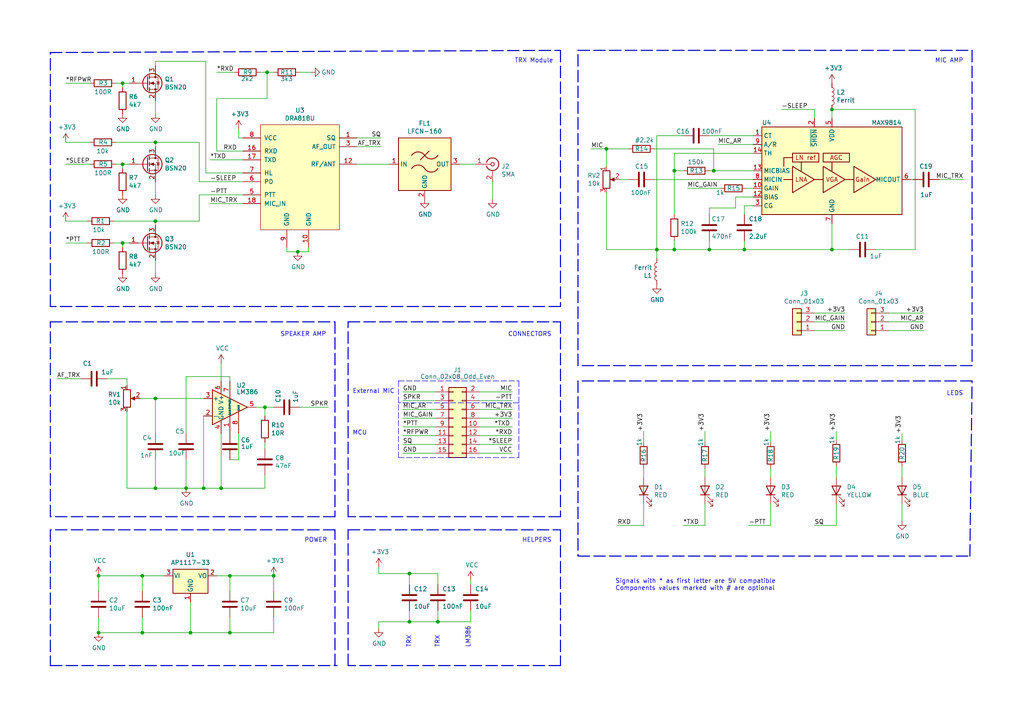
<source format=kicad_sch>
(kicad_sch (version 20211123) (generator eeschema)
  (paper "A4")
  (junction (at 205.74 72.39))
  (junction (at 35.56 24.13))
  (junction (at 55.245 183.515))
  (junction (at 77.47 20.955))
  (junction (at 195.58 49.53))
  (junction (at 76.835 118.11))
  (junction (at 35.56 70.485))
  (junction (at 35.56 47.625))
  (junction (at 28.575 183.515))
  (junction (at 86.36 73.025))
  (junction (at 66.675 167.005))
  (junction (at 190.5 72.39))
  (junction (at 59.055 141.605))
  (junction (at 241.3 31.75))
  (junction (at 45.085 141.605))
  (junction (at 45.085 115.57))
  (junction (at 45.085 64.135))
  (junction (at 45.085 41.275))
  (junction (at 66.675 183.515))
  (junction (at 41.275 183.515))
  (junction (at 127 180.34))
  (junction (at 195.58 72.39))
  (junction (at 41.275 167.005))
  (junction (at 118.745 180.34))
  (junction (at 118.745 166.37))
  (junction (at 79.375 167.005))
  (junction (at 241.3 72.39))
  (junction (at 28.575 167.005))
  (junction (at 53.975 141.605))
  (junction (at 215.9 72.39))
  (junction (at 207.01 49.53))
  (junction (at 175.895 43.18))
  (junction (at 64.135 141.605))
  (wire (pts (xy 69.215 133.35) (xy 69.215 125.73)))
  (polyline (pts (xy 14.605 193.04) (xy 97.79 193.04)) (stroke (width 0.3048)))
  (wire (pts (xy 127 166.37) (xy 127 169.545)))
  (wire (pts (xy 218.44 57.15) (xy 213.36 57.15)))
  (wire (pts (xy 208.915 54.61) (xy 199.39 54.61)))
  (wire (pts (xy 126.365 123.825) (xy 116.84 123.825)))
  (wire (pts (xy 109.855 166.37) (xy 118.745 166.37)))
  (wire (pts (xy 118.745 180.34) (xy 127 180.34)))
  (wire (pts (xy 103.505 42.545) (xy 110.49 42.545)))
  (wire (pts (xy 242.57 135.255) (xy 242.57 138.43)))
  (wire (pts (xy 62.865 167.005) (xy 66.675 167.005)))
  (polyline (pts (xy 167.64 161.29) (xy 281.305 161.29)) (stroke (width 0.3048)))
  (wire (pts (xy 26.035 41.275) (xy 19.05 41.275)))
  (wire (pts (xy 33.655 24.13) (xy 35.56 24.13)))
  (wire (pts (xy 76.835 130.175) (xy 76.835 128.27)))
  (wire (pts (xy 41.275 167.005) (xy 47.625 167.005)))
  (polyline (pts (xy 281.94 106.045) (xy 167.64 106.045)) (stroke (width 0.3048)))
  (wire (pts (xy 242.57 127.635) (xy 242.57 125.095)))
  (wire (pts (xy 53.975 141.605) (xy 45.085 141.605)))
  (wire (pts (xy 204.47 152.4) (xy 198.12 152.4)))
  (wire (pts (xy 241.3 31.75) (xy 241.3 34.29)))
  (wire (pts (xy 207.01 43.18) (xy 207.01 49.53)))
  (wire (pts (xy 23.495 109.855) (xy 16.51 109.855)))
  (wire (pts (xy 28.575 183.515) (xy 41.275 183.515)))
  (wire (pts (xy 236.22 90.805) (xy 245.11 90.805)))
  (polyline (pts (xy 162.56 149.86) (xy 100.965 149.86)) (stroke (width 0.3048)))
  (wire (pts (xy 118.745 169.545) (xy 118.745 166.37)))
  (wire (pts (xy 261.62 135.255) (xy 261.62 138.43)))
  (wire (pts (xy 109.855 180.34) (xy 109.855 182.245)))
  (polyline (pts (xy 14.605 15.24) (xy 162.56 14.605)) (stroke (width 0.3048)))
  (wire (pts (xy 45.085 125.73) (xy 45.085 115.57)))
  (wire (pts (xy 126.365 118.745) (xy 116.84 118.745)))
  (wire (pts (xy 66.675 179.07) (xy 66.675 183.515)))
  (wire (pts (xy 26.035 47.625) (xy 19.05 47.625)))
  (wire (pts (xy 190.5 72.39) (xy 190.5 74.93)))
  (wire (pts (xy 242.57 146.05) (xy 242.57 152.4)))
  (wire (pts (xy 215.9 72.39) (xy 241.3 72.39)))
  (wire (pts (xy 190.5 72.39) (xy 175.895 72.39)))
  (wire (pts (xy 175.895 43.18) (xy 171.45 43.18)))
  (wire (pts (xy 242.57 152.4) (xy 236.22 152.4)))
  (wire (pts (xy 77.47 20.955) (xy 75.565 20.955)))
  (wire (pts (xy 45.085 41.275) (xy 45.085 42.545)))
  (wire (pts (xy 207.01 49.53) (xy 218.44 49.53)))
  (wire (pts (xy 28.575 167.005) (xy 41.275 167.005)))
  (wire (pts (xy 35.56 71.755) (xy 35.56 70.485)))
  (wire (pts (xy 45.085 115.57) (xy 59.055 115.57)))
  (wire (pts (xy 28.575 171.45) (xy 28.575 167.005)))
  (wire (pts (xy 53.975 141.605) (xy 59.055 141.605)))
  (wire (pts (xy 241.3 64.77) (xy 241.3 72.39)))
  (wire (pts (xy 126.365 116.205) (xy 116.84 116.205)))
  (wire (pts (xy 26.035 24.13) (xy 19.05 24.13)))
  (wire (pts (xy 70.485 56.515) (xy 57.785 56.515)))
  (wire (pts (xy 35.56 70.485) (xy 37.465 70.485)))
  (wire (pts (xy 79.375 183.515) (xy 79.375 179.07)))
  (wire (pts (xy 53.975 109.22) (xy 66.675 109.22)))
  (polyline (pts (xy 100.965 153.67) (xy 162.56 153.67)) (stroke (width 0.3048)))
  (wire (pts (xy 45.085 33.02) (xy 45.085 29.21)))
  (wire (pts (xy 64.135 110.49) (xy 64.135 105.41)))
  (wire (pts (xy 70.485 46.355) (xy 60.96 46.355)))
  (wire (pts (xy 66.675 167.005) (xy 79.375 167.005)))
  (wire (pts (xy 186.69 135.89) (xy 186.69 138.43)))
  (wire (pts (xy 126.365 131.445) (xy 116.84 131.445)))
  (wire (pts (xy 41.275 171.45) (xy 41.275 167.005)))
  (wire (pts (xy 62.865 20.955) (xy 67.945 20.955)))
  (wire (pts (xy 64.135 125.73) (xy 64.135 141.605)))
  (wire (pts (xy 103.505 47.625) (xy 113.03 47.625)))
  (wire (pts (xy 264.16 52.07) (xy 264.795 52.07)))
  (wire (pts (xy 36.83 141.605) (xy 45.085 141.605)))
  (wire (pts (xy 57.785 56.515) (xy 57.785 64.135)))
  (wire (pts (xy 35.56 47.625) (xy 37.465 47.625)))
  (wire (pts (xy 77.47 20.955) (xy 79.375 20.955)))
  (wire (pts (xy 186.69 128.27) (xy 186.69 125.095)))
  (wire (pts (xy 186.69 146.05) (xy 186.69 152.4)))
  (wire (pts (xy 69.215 40.005) (xy 69.215 37.465)))
  (wire (pts (xy 64.135 141.605) (xy 76.835 141.605)))
  (wire (pts (xy 70.485 59.055) (xy 60.96 59.055)))
  (polyline (pts (xy 167.64 110.49) (xy 167.64 161.29)) (stroke (width 0.3048)))
  (wire (pts (xy 215.9 69.85) (xy 215.9 72.39)))
  (polyline (pts (xy 97.155 149.86) (xy 14.605 149.86)) (stroke (width 0.3048)))
  (wire (pts (xy 205.74 62.23) (xy 205.74 60.325)))
  (wire (pts (xy 257.81 93.345) (xy 267.97 93.345)))
  (wire (pts (xy 45.085 41.275) (xy 57.785 41.275)))
  (wire (pts (xy 136.525 169.545) (xy 136.525 168.275)))
  (wire (pts (xy 66.675 167.005) (xy 66.675 171.45)))
  (polyline (pts (xy 162.56 153.67) (xy 162.56 193.04)) (stroke (width 0.3048)))
  (wire (pts (xy 175.895 72.39) (xy 175.895 55.88)))
  (wire (pts (xy 57.785 64.135) (xy 45.085 64.135)))
  (wire (pts (xy 179.705 52.07) (xy 182.245 52.07)))
  (polyline (pts (xy 150.495 110.49) (xy 150.495 132.715)))
  (wire (pts (xy 41.275 183.515) (xy 41.275 179.07)))
  (wire (pts (xy 77.47 28.575) (xy 77.47 20.955)))
  (wire (pts (xy 45.085 75.565) (xy 45.085 79.375)))
  (wire (pts (xy 186.69 152.4) (xy 179.07 152.4)))
  (wire (pts (xy 136.525 180.34) (xy 136.525 177.165)))
  (wire (pts (xy 139.065 131.445) (xy 148.59 131.445)))
  (wire (pts (xy 53.975 125.73) (xy 53.975 109.22)))
  (wire (pts (xy 109.855 164.465) (xy 109.855 166.37)))
  (wire (pts (xy 236.22 93.345) (xy 245.11 93.345)))
  (wire (pts (xy 218.44 54.61) (xy 216.535 54.61)))
  (wire (pts (xy 236.22 34.29) (xy 236.22 31.75)))
  (wire (pts (xy 189.865 43.18) (xy 207.01 43.18)))
  (wire (pts (xy 57.785 41.275) (xy 57.785 52.705)))
  (wire (pts (xy 127 180.34) (xy 136.525 180.34)))
  (wire (pts (xy 223.52 152.4) (xy 217.17 152.4)))
  (wire (pts (xy 53.975 133.35) (xy 53.975 141.605)))
  (wire (pts (xy 76.835 120.65) (xy 76.835 118.11)))
  (wire (pts (xy 126.365 126.365) (xy 116.84 126.365)))
  (wire (pts (xy 66.675 183.515) (xy 79.375 183.515)))
  (wire (pts (xy 213.36 60.325) (xy 205.74 60.325)))
  (wire (pts (xy 118.745 166.37) (xy 127 166.37)))
  (wire (pts (xy 215.9 62.23) (xy 215.9 59.69)))
  (wire (pts (xy 103.505 40.005) (xy 110.49 40.005)))
  (wire (pts (xy 74.295 118.11) (xy 76.835 118.11)))
  (wire (pts (xy 218.44 52.07) (xy 189.865 52.07)))
  (wire (pts (xy 66.675 109.22) (xy 66.675 110.49)))
  (wire (pts (xy 59.055 141.605) (xy 64.135 141.605)))
  (polyline (pts (xy 97.155 93.345) (xy 97.155 149.86)) (stroke (width 0.3048)))
  (wire (pts (xy 66.675 133.35) (xy 69.215 133.35)))
  (wire (pts (xy 246.38 72.39) (xy 241.3 72.39)))
  (wire (pts (xy 236.22 95.885) (xy 245.11 95.885)))
  (wire (pts (xy 272.415 52.07) (xy 279.4 52.07)))
  (wire (pts (xy 198.12 49.53) (xy 195.58 49.53)))
  (wire (pts (xy 45.085 17.78) (xy 45.085 19.05)))
  (wire (pts (xy 139.065 123.825) (xy 148.59 123.825)))
  (wire (pts (xy 241.3 31.75) (xy 265.43 31.75)))
  (polyline (pts (xy 162.56 88.9) (xy 14.605 88.9)) (stroke (width 0.3048)))
  (wire (pts (xy 139.065 121.285) (xy 148.59 121.285)))
  (wire (pts (xy 109.855 180.34) (xy 118.745 180.34)))
  (polyline (pts (xy 100.965 93.345) (xy 162.56 93.345)) (stroke (width 0.3048)))
  (wire (pts (xy 86.995 20.955) (xy 90.17 20.955)))
  (wire (pts (xy 70.485 50.165) (xy 59.69 50.165)))
  (wire (pts (xy 25.4 64.135) (xy 19.05 64.135)))
  (wire (pts (xy 195.58 72.39) (xy 190.5 72.39)))
  (polyline (pts (xy 150.495 116.84) (xy 115.57 116.84)))
  (wire (pts (xy 205.74 72.39) (xy 195.58 72.39)))
  (wire (pts (xy 139.065 128.905) (xy 148.59 128.905)))
  (polyline (pts (xy 100.965 149.86) (xy 100.965 93.345)) (stroke (width 0.3048)))
  (wire (pts (xy 83.185 73.025) (xy 86.36 73.025)))
  (wire (pts (xy 205.74 69.85) (xy 205.74 72.39)))
  (wire (pts (xy 59.69 17.78) (xy 45.085 17.78)))
  (wire (pts (xy 36.83 111.76) (xy 36.83 109.855)))
  (wire (pts (xy 142.875 52.705) (xy 142.875 57.785)))
  (polyline (pts (xy 162.56 14.605) (xy 162.56 88.9)) (stroke (width 0.3048)))
  (wire (pts (xy 35.56 25.4) (xy 35.56 24.13)))
  (wire (pts (xy 70.485 40.005) (xy 69.215 40.005)))
  (wire (pts (xy 126.365 128.905) (xy 116.84 128.905)))
  (wire (pts (xy 45.085 56.515) (xy 45.085 52.705)))
  (wire (pts (xy 36.83 141.605) (xy 36.83 119.38)))
  (polyline (pts (xy 115.57 132.715) (xy 150.495 132.715)))
  (polyline (pts (xy 115.57 110.49) (xy 115.57 132.715)))
  (polyline (pts (xy 162.56 193.04) (xy 100.965 193.04)) (stroke (width 0.3048)))
  (wire (pts (xy 33.655 41.275) (xy 45.085 41.275)))
  (wire (pts (xy 215.9 72.39) (xy 205.74 72.39)))
  (polyline (pts (xy 97.155 153.67) (xy 14.605 153.67)) (stroke (width 0.3048)))
  (wire (pts (xy 265.43 72.39) (xy 254 72.39)))
  (wire (pts (xy 204.47 135.89) (xy 204.47 138.43)))
  (wire (pts (xy 40.64 115.57) (xy 45.085 115.57)))
  (wire (pts (xy 205.74 49.53) (xy 207.01 49.53)))
  (wire (pts (xy 261.62 127.635) (xy 261.62 125.73)))
  (polyline (pts (xy 115.57 110.49) (xy 150.495 110.49)))
  (wire (pts (xy 139.065 113.665) (xy 148.59 113.665)))
  (wire (pts (xy 175.895 48.26) (xy 175.895 43.18)))
  (wire (pts (xy 86.36 73.025) (xy 89.535 73.025)))
  (wire (pts (xy 127 180.34) (xy 127 177.165)))
  (wire (pts (xy 265.43 31.75) (xy 265.43 72.39)))
  (wire (pts (xy 59.055 120.65) (xy 59.055 141.605)))
  (wire (pts (xy 59.69 50.165) (xy 59.69 17.78)))
  (wire (pts (xy 195.58 69.85) (xy 195.58 72.39)))
  (wire (pts (xy 175.895 43.18) (xy 182.245 43.18)))
  (wire (pts (xy 139.065 126.365) (xy 148.59 126.365)))
  (polyline (pts (xy 162.56 93.345) (xy 162.56 149.86)) (stroke (width 0.3048)))
  (wire (pts (xy 62.865 43.815) (xy 62.865 28.575)))
  (wire (pts (xy 195.58 44.45) (xy 218.44 44.45)))
  (polyline (pts (xy 14.605 153.67) (xy 14.605 193.04)) (stroke (width 0.3048)))
  (wire (pts (xy 195.58 49.53) (xy 195.58 44.45)))
  (wire (pts (xy 261.62 151.13) (xy 261.62 146.05)))
  (polyline (pts (xy 100.965 193.04) (xy 100.965 153.67)) (stroke (width 0.3048)))
  (wire (pts (xy 25.4 70.485) (xy 19.05 70.485)))
  (wire (pts (xy 89.535 73.025) (xy 89.535 71.755)))
  (wire (pts (xy 41.275 183.515) (xy 55.245 183.515)))
  (wire (pts (xy 35.56 24.13) (xy 37.465 24.13)))
  (wire (pts (xy 223.52 128.27) (xy 223.52 125.095)))
  (polyline (pts (xy 167.64 106.045) (xy 167.64 14.605)) (stroke (width 0.3048)))
  (wire (pts (xy 79.375 167.005) (xy 79.375 171.45)))
  (wire (pts (xy 62.865 28.575) (xy 77.47 28.575)))
  (wire (pts (xy 76.835 118.11) (xy 79.375 118.11)))
  (wire (pts (xy 28.575 179.07) (xy 28.575 183.515)))
  (wire (pts (xy 236.22 31.75) (xy 226.695 31.75)))
  (wire (pts (xy 126.365 113.665) (xy 116.84 113.665)))
  (wire (pts (xy 204.47 128.27) (xy 204.47 125.095)))
  (wire (pts (xy 45.085 141.605) (xy 45.085 133.35)))
  (wire (pts (xy 118.745 177.165) (xy 118.745 180.34)))
  (wire (pts (xy 76.835 137.795) (xy 76.835 141.605)))
  (polyline (pts (xy 97.155 193.04) (xy 97.155 153.67)) (stroke (width 0.3048)))
  (wire (pts (xy 215.9 59.69) (xy 218.44 59.69)))
  (wire (pts (xy 198.12 39.37) (xy 190.5 39.37)))
  (wire (pts (xy 35.56 48.895) (xy 35.56 47.625)))
  (wire (pts (xy 195.58 62.23) (xy 195.58 49.53)))
  (wire (pts (xy 83.185 71.755) (xy 83.185 73.025)))
  (polyline (pts (xy 14.605 88.9) (xy 14.605 15.24)) (stroke (width 0.3048)))
  (wire (pts (xy 257.81 90.805) (xy 267.97 90.805)))
  (wire (pts (xy 70.485 43.815) (xy 62.865 43.815)))
  (wire (pts (xy 86.995 118.11) (xy 95.25 118.11)))
  (wire (pts (xy 139.065 118.745) (xy 148.59 118.745)))
  (polyline (pts (xy 281.305 161.29) (xy 281.94 110.49)) (stroke (width 0.3048)))
  (wire (pts (xy 33.655 47.625) (xy 35.56 47.625)))
  (wire (pts (xy 133.35 47.625) (xy 137.795 47.625)))
  (wire (pts (xy 36.83 109.855) (xy 31.115 109.855)))
  (polyline (pts (xy 14.605 149.86) (xy 14.605 93.345)) (stroke (width 0.3048)))
  (wire (pts (xy 223.52 135.89) (xy 223.52 138.43)))
  (wire (pts (xy 57.785 52.705) (xy 70.485 52.705)))
  (wire (pts (xy 257.81 95.885) (xy 267.97 95.885)))
  (wire (pts (xy 126.365 121.285) (xy 116.84 121.285)))
  (wire (pts (xy 33.02 64.135) (xy 45.085 64.135)))
  (wire (pts (xy 190.5 39.37) (xy 190.5 72.39)))
  (polyline (pts (xy 281.94 110.49) (xy 167.64 110.49)) (stroke (width 0.3048)))
  (wire (pts (xy 204.47 146.05) (xy 204.47 152.4)))
  (wire (pts (xy 45.085 64.135) (xy 45.085 65.405)))
  (polyline (pts (xy 281.94 14.605) (xy 281.94 106.045)) (stroke (width 0.3048)))
  (wire (pts (xy 205.74 39.37) (xy 218.44 39.37)))
  (wire (pts (xy 218.44 41.91) (xy 208.28 41.91)))
  (wire (pts (xy 55.245 174.625) (xy 55.245 183.515)))
  (polyline (pts (xy 167.64 14.605) (xy 281.94 14.605)) (stroke (width 0.3048)))
  (wire (pts (xy 213.36 57.15) (xy 213.36 60.325)))
  (wire (pts (xy 223.52 146.05) (xy 223.52 152.4)))
  (wire (pts (xy 33.02 70.485) (xy 35.56 70.485)))
  (wire (pts (xy 139.065 116.205) (xy 148.59 116.205)))
  (polyline (pts (xy 14.605 93.345) (xy 97.155 93.345)) (stroke (width 0.3048)))
  (wire (pts (xy 55.245 183.515) (xy 66.675 183.515)))
  (text "LEDS\n" (at 279.4 114.935 180) (effects (font (size 1.27 1.27)) (justify right bottom)))
  (text "TRX Module" (at 149.225 18.415 0) (effects (font (size 1.27 1.27)) (justify left bottom)))
  (text "External MIC" (at 102.235 114.3 0) (effects (font (size 1.27 1.27)) (justify left bottom)))
  (text "CONNECTORS" (at 147.32 97.79 0) (effects (font (size 1.27 1.27)) (justify left bottom)))
  (text "MCU" (at 102.235 126.365 0) (effects (font (size 1.27 1.27)) (justify left bottom)))
  (text "POWER" (at 88.265 157.48 0) (effects (font (size 1.27 1.27)) (justify left bottom)))
  (text "SPEAKER AMP" (at 81.28 97.79 0) (effects (font (size 1.27 1.27)) (justify left bottom)))
  (text "LM386" (at 136.525 187.96 90) (effects (font (size 1.27 1.27)) (justify left bottom)))
  (text "MIC AMP" (at 271.145 18.415 0) (effects (font (size 1.27 1.27)) (justify left bottom)))
  (text "TRX" (at 119.38 187.96 90) (effects (font (size 1.27 1.27)) (justify left bottom)))
  (text "TRX" (at 127.635 187.96 90) (effects (font (size 1.27 1.27)) (justify left bottom)))
  (text "Signals with * as first letter are 5V compatible\nComponents values marked with # are optional\n" (at 178.435 171.45 0) (effects (font (size 1.27 1.27)) (justify left bottom)))
  (text "HELPERS" (at 160.02 157.48 180) (effects (font (size 1.27 1.27)) (justify right bottom)))
  (label "GND" (at 116.84 131.445 0))
  (label "+3V3" (at 242.57 125.095 90))
  (label "AF_TRX" (at 110.49 42.545 180))
  (label "+3V3" (at 204.47 125.095 90))
  (label "+3V3" (at 267.97 90.805 180))
  (label "SPKR" (at 95.25 118.11 180))
  (label "MIC_TRX" (at 60.96 59.055 0))
  (label "*SLEEP" (at 19.05 47.625 0))
  (label "*PTT" (at 116.84 123.825 0))
  (label "MIC_AR" (at 116.84 118.745 0))
  (label "+3V3" (at 261.62 125.73 90))
  (label "MIC" (at 171.45 43.18 0))
  (label "MIC_GAIN" (at 116.84 121.285 0))
  (label "-SLEEP" (at 226.695 31.75 0))
  (label "-SLEEP" (at 60.96 52.705 0))
  (label "+3V3" (at 245.11 90.805 180))
  (label "VCC" (at 148.59 131.445 180))
  (label "SQ" (at 236.22 152.4 0))
  (label "MIC_AR" (at 267.97 93.345 180))
  (label "*SLEEP" (at 148.59 128.905 180))
  (label "SPKR" (at 116.84 116.205 0))
  (label "MIC_GAIN" (at 245.11 93.345 180))
  (label "*RXD" (at 148.59 126.365 180))
  (label "*TXD" (at 198.12 152.4 0))
  (label "*RXD" (at 62.865 20.955 0))
  (label "RXD" (at 64.77 43.815 0))
  (label "SQ" (at 116.84 128.905 0))
  (label "GND" (at 116.84 113.665 0))
  (label "GND" (at 267.97 95.885 180))
  (label "MIC_TRX" (at 279.4 52.07 180))
  (label "-PTT" (at 60.96 56.515 0))
  (label "AF_TRX" (at 16.51 109.855 0))
  (label "+3V3" (at 186.69 125.095 90))
  (label "*RFPWR" (at 19.05 24.13 0))
  (label "*TXD" (at 60.96 46.355 0))
  (label "GND" (at 245.11 95.885 180))
  (label "*PTT" (at 19.05 70.485 0))
  (label "MIC_GAIN" (at 199.39 54.61 0))
  (label "MIC" (at 148.59 113.665 180))
  (label "+3V3" (at 223.52 125.095 90))
  (label "+3V3" (at 148.59 121.285 180))
  (label "*TXD" (at 147.955 123.825 180))
  (label "-PTT" (at 217.17 152.4 0))
  (label "MIC_TRX" (at 148.59 118.745 180))
  (label "RXD" (at 179.07 152.4 0))
  (label "MIC_AR" (at 208.28 41.91 0))
  (label "SQ" (at 110.49 40.005 180))
  (label "-PTT" (at 148.59 116.205 180))
  (label "*RFPWR" (at 116.84 126.365 0))
  (symbol (lib_id "_DW-RFModule:DRA818U") (at 75.565 60.325 0) (unit 1)
    (property "Reference" "U3" (at 86.995 32.004 0))
    (property "Value" "DRA818U" (at 86.995 34.3154 0))
    (property "Footprint" "_DW_RFModules:DRA818" (effects hide))
  )
  (symbol (lib_id "Regulator_Linear:AP1117-33") (at 55.245 167.005 0) (unit 1)
    (property "Reference" "U1" (at 55.245 160.8582 0))
    (property "Value" "AP1117-33" (at 55.245 163.1696 0))
    (property "Footprint" "Package_TO_SOT_SMD:SOT-223-3_TabPin2" (effects hide))
    (property "Datasheet" "https://datasheet.lcsc.com/lcsc/1811151430_Diodes-Incorporated-AZ1117H-3.3TRE1_C92517.pdf" (effects hide))
    (property "LCSC" "C92517" (effects hide))
  )
  (symbol (lib_id "Device:C") (at 28.575 175.26 0) (unit 1)
    (property "Reference" "C2" (at 31.5722 174.0916 0) (effects (justify left)))
    (property "Value" "10uF" (at 31.5722 176.403 0) (effects (justify left)))
    (property "Footprint" "Capacitor_SMD:C_0805_2012Metric" (effects hide))
    (property "Datasheet" "https://datasheet.lcsc.com/lcsc/1811121310_Samsung-Electro-Mechanics-CL21A106KAYNNNE_C15850.pdf" (effects hide))
    (property "LCSC" "C15850" (effects hide))
  )
  (symbol (lib_id "Device:C") (at 79.375 175.26 0) (unit 1)
    (property "Reference" "C9" (at 82.296 174.0916 0) (effects (justify left)))
    (property "Value" "100nF" (at 82.296 176.403 0) (effects (justify left)))
    (property "Footprint" "Capacitor_SMD:C_0805_2012Metric" (effects hide))
    (property "Datasheet" "https://datasheet.lcsc.com/lcsc/1810101813_YAGEO-CC0805KRX7R9BB104_C49678.pdf" (effects hide))
    (property "LCSC" "C49678" (effects hide))
  )
  (symbol (lib_id "Transistor_FET:BSN20") (at 42.545 70.485 0) (unit 1)
    (property "Reference" "Q3" (at 47.752 69.3166 0) (effects (justify left)))
    (property "Value" "BSN20" (at 47.752 71.628 0) (effects (justify left)))
    (property "Footprint" "Package_TO_SOT_SMD:SOT-23" (effects hide))
    (property "Datasheet" "https://datasheet.lcsc.com/lcsc/1808272021_Vishay-Intertech-SI2301CDS-T1-GE3_C10487.pdf" (effects hide))
    (property "LCSC" "C10487" (effects hide))
  )
  (symbol (lib_id "Device:R") (at 29.21 70.485 270) (unit 1)
    (property "Reference" "R2" (at 27.94 70.485 90) (effects (justify left)))
    (property "Value" "100R" (at 26.67 73.025 90) (effects (justify left)))
    (property "Footprint" "Resistor_SMD:R_0805_2012Metric" (effects hide))
    (property "Datasheet" "https://datasheet.lcsc.com/lcsc/1809062111_UNI-ROYAL-Uniroyal-Elec-0805W8F1000T5E_C17408.pdf" (effects hide))
    (property "LCSC" "C17408" (effects hide))
  )
  (symbol (lib_id "Device:C") (at 41.275 175.26 0) (unit 1)
    (property "Reference" "C3" (at 44.196 174.0916 0) (effects (justify left)))
    (property "Value" "100nF" (at 44.196 176.403 0) (effects (justify left)))
    (property "Footprint" "Capacitor_SMD:C_0805_2012Metric" (effects hide))
    (property "Datasheet" "https://datasheet.lcsc.com/lcsc/1810101813_YAGEO-CC0805KRX7R9BB104_C49678.pdf" (effects hide))
    (property "LCSC" "C49678" (effects hide))
  )
  (symbol (lib_id "Device:R") (at 29.21 64.135 90) (unit 1)
    (property "Reference" "R1" (at 30.48 64.135 90) (effects (justify left)))
    (property "Value" "10k" (at 30.48 66.675 90) (effects (justify left)))
    (property "Footprint" "Resistor_SMD:R_0805_2012Metric" (effects hide))
    (property "Datasheet" "https://datasheet.lcsc.com/lcsc/1810271610_UNI-ROYAL-Uniroyal-Elec-0805W8F1002T5E_C17414.pdf" (effects hide))
    (property "LCSC" "C17414" (effects hide))
  )
  (symbol (lib_id "Device:C") (at 127 173.355 0) (unit 1)
    (property "Reference" "C13" (at 128.27 170.815 0) (effects (justify left)))
    (property "Value" "100nF" (at 128.27 175.895 0) (effects (justify left)))
    (property "Footprint" "Capacitor_SMD:C_0805_2012Metric" (effects hide))
    (property "Datasheet" "https://datasheet.lcsc.com/lcsc/1810101813_YAGEO-CC0805KRX7R9BB104_C49678.pdf" (effects hide))
    (property "LCSC" "C49678" (effects hide))
  )
  (symbol (lib_id "RF_Filter:LFCN-160") (at 123.19 47.625 0) (unit 1)
    (property "Reference" "FL1" (at 123.19 35.7632 0))
    (property "Value" "LFCN-160" (at 123.19 38.0746 0))
    (property "Footprint" "Filter:Filter_Mini-Circuits_FV1206" (effects hide))
    (property "Datasheet" "https://www.minicircuits.com/pdfs/LFCN-160+.pdf" (effects hide))
  )
  (symbol (lib_id "Device:R") (at 35.56 75.565 0) (unit 1)
    (property "Reference" "R8" (at 37.338 74.3966 0) (effects (justify left)))
    (property "Value" "4k7" (at 37.338 76.708 0) (effects (justify left)))
    (property "Footprint" "Resistor_SMD:R_0805_2012Metric" (effects hide))
    (property "Datasheet" "https://datasheet.lcsc.com/lcsc/1808281533_UNI-ROYAL-Uniroyal-Elec-0805W8F4701T5E_C17673.pdf" (effects hide))
    (property "LCSC" "C17673" (effects hide))
  )
  (symbol (lib_id "Amplifier_Audio:MAX9814") (at 241.3 49.53 0) (unit 1)
    (property "Reference" "U4" (at 220.98 35.56 0) (effects (justify left)))
    (property "Value" "MAX9814" (at 252.73 35.56 0) (effects (justify left)))
    (property "Footprint" "Package_DFN_QFN:DFN-14-1EP_3x3mm_P0.4mm_EP1.78x2.35mm" (effects hide))
    (property "Datasheet" "https://datasheet.lcsc.com/lcsc/1809121815_Maxim-Integrated-MAX9814ETD+T_C41714.pdf" (effects hide))
    (property "LCSC" "C41714" (effects hide))
  )
  (symbol (lib_id "Device:C") (at 201.93 39.37 90) (unit 1)
    (property "Reference" "C16" (at 200.025 38.1 90) (effects (justify left)))
    (property "Value" "100nF" (at 209.55 38.1 90) (effects (justify left)))
    (property "Footprint" "Capacitor_SMD:C_0805_2012Metric" (effects hide))
    (property "Datasheet" "https://datasheet.lcsc.com/lcsc/1810101813_YAGEO-CC0805KRX7R9BB104_C49678.pdf" (effects hide))
    (property "LCSC" "C49678" (effects hide))
  )
  (symbol (lib_id "power:GND") (at 190.5 82.55 0) (unit 1)
    (property "Reference" "#PWR0111" (effects hide))
    (property "Value" "GND" (at 190.627 86.9442 0))
  )
  (symbol (lib_id "power:GND") (at 123.19 57.785 0) (unit 1)
    (property "Reference" "#PWR0101" (effects hide))
    (property "Value" "GND" (at 123.317 62.1792 0))
  )
  (symbol (lib_id "power:GND") (at 86.36 73.025 0) (unit 1)
    (property "Reference" "#PWR0102" (effects hide))
    (property "Value" "GND" (at 86.487 77.4192 0))
  )
  (symbol (lib_id "power:GND") (at 35.56 79.375 0) (unit 1)
    (property "Reference" "#PWR0103" (effects hide))
    (property "Value" "GND" (at 35.687 83.7692 0))
  )
  (symbol (lib_id "power:GND") (at 45.085 79.375 0) (unit 1)
    (property "Reference" "#PWR0104" (effects hide))
    (property "Value" "GND" (at 45.212 83.7692 0))
  )
  (symbol (lib_id "Device:C") (at 250.19 72.39 90) (unit 1)
    (property "Reference" "C11" (at 252.095 68.58 90) (effects (justify left)))
    (property "Value" "1uF" (at 255.905 74.295 90) (effects (justify left)))
    (property "Footprint" "Capacitor_SMD:C_0805_2012Metric" (effects hide))
    (property "Datasheet" "https://datasheet.lcsc.com/lcsc/1810191216_Samsung-Electro-Mechanics-CL21B105KBFNNNE_C28323.pdf" (effects hide))
    (property "LCSC" "C28323" (effects hide))
  )
  (symbol (lib_id "power:GND") (at 109.855 182.245 0) (unit 1)
    (property "Reference" "#PWR0112" (effects hide))
    (property "Value" "GND" (at 109.982 186.6392 0))
  )
  (symbol (lib_id "Transistor_FET:BSN20") (at 42.545 47.625 0) (unit 1)
    (property "Reference" "Q2" (at 47.752 46.4566 0) (effects (justify left)))
    (property "Value" "BSN20" (at 47.752 48.768 0) (effects (justify left)))
    (property "Footprint" "Package_TO_SOT_SMD:SOT-23" (effects hide))
    (property "Datasheet" "https://datasheet.lcsc.com/lcsc/1808272021_Vishay-Intertech-SI2301CDS-T1-GE3_C10487.pdf" (effects hide))
    (property "LCSC" "C10487" (effects hide))
  )
  (symbol (lib_id "power:GND") (at 45.085 56.515 0) (unit 1)
    (property "Reference" "#PWR0105" (effects hide))
    (property "Value" "GND" (at 45.212 60.9092 0))
  )
  (symbol (lib_id "power:GND") (at 35.56 56.515 0) (unit 1)
    (property "Reference" "#PWR0106" (effects hide))
    (property "Value" "GND" (at 35.687 60.9092 0))
  )
  (symbol (lib_id "Device:R") (at 35.56 52.705 0) (unit 1)
    (property "Reference" "R7" (at 37.338 51.5366 0) (effects (justify left)))
    (property "Value" "4k7" (at 37.338 53.848 0) (effects (justify left)))
    (property "Footprint" "Resistor_SMD:R_0805_2012Metric" (effects hide))
    (property "Datasheet" "https://datasheet.lcsc.com/lcsc/1808281533_UNI-ROYAL-Uniroyal-Elec-0805W8F4701T5E_C17673.pdf" (effects hide))
    (property "LCSC" "C17673" (effects hide))
  )
  (symbol (lib_id "Device:R") (at 29.845 47.625 270) (unit 1)
    (property "Reference" "R5" (at 28.575 47.625 90) (effects (justify left)))
    (property "Value" "100R" (at 27.305 50.165 90) (effects (justify left)))
    (property "Footprint" "Resistor_SMD:R_0805_2012Metric" (effects hide))
    (property "Datasheet" "https://datasheet.lcsc.com/lcsc/1809062111_UNI-ROYAL-Uniroyal-Elec-0805W8F1000T5E_C17408.pdf" (effects hide))
    (property "LCSC" "C17408" (effects hide))
  )
  (symbol (lib_id "Device:R") (at 29.845 41.275 270) (unit 1)
    (property "Reference" "R4" (at 28.575 41.275 90) (effects (justify left)))
    (property "Value" "10k" (at 27.94 43.815 90) (effects (justify left)))
    (property "Footprint" "Resistor_SMD:R_0805_2012Metric" (effects hide))
    (property "Datasheet" "https://datasheet.lcsc.com/lcsc/1810271610_UNI-ROYAL-Uniroyal-Elec-0805W8F1002T5E_C17414.pdf" (effects hide))
    (property "LCSC" "C17414" (effects hide))
  )
  (symbol (lib_id "Device:C") (at 118.745 173.355 0) (unit 1)
    (property "Reference" "C12" (at 120.015 170.815 0) (effects (justify left)))
    (property "Value" "10uF" (at 120.015 175.895 0) (effects (justify left)))
    (property "Footprint" "Capacitor_SMD:C_0805_2012Metric" (effects hide))
    (property "Datasheet" "https://datasheet.lcsc.com/lcsc/1811121310_Samsung-Electro-Mechanics-CL21A106KAYNNNE_C15850.pdf" (effects hide))
    (property "LCSC" "C15850" (effects hide))
  )
  (symbol (lib_id "Device:C") (at 268.605 52.07 90) (unit 1)
    (property "Reference" "C19" (at 270.51 48.26 90) (effects (justify left)))
    (property "Value" "1uF" (at 270.51 56.515 90) (effects (justify left)))
    (property "Footprint" "Capacitor_SMD:C_0805_2012Metric" (effects hide))
    (property "Datasheet" "https://datasheet.lcsc.com/lcsc/1810191216_Samsung-Electro-Mechanics-CL21B105KBFNNNE_C28323.pdf" (effects hide))
    (property "LCSC" "C28323" (effects hide))
  )
  (symbol (lib_id "Device:R") (at 195.58 66.04 0) (unit 1)
    (property "Reference" "R12" (at 197.358 64.8716 0) (effects (justify left)))
    (property "Value" "100k" (at 197.358 67.183 0) (effects (justify left)))
    (property "Footprint" "Resistor_SMD:R_0805_2012Metric" (effects hide))
    (property "Datasheet" "https://datasheet.lcsc.com/lcsc/1808271910_UNI-ROYAL-Uniroyal-Elec-0805W8F1003T5E_C17407.pdf" (effects hide))
    (property "LCSC" "C17407" (effects hide))
  )
  (symbol (lib_id "Transistor_FET:BSN20") (at 42.545 24.13 0) (unit 1)
    (property "Reference" "Q1" (at 47.752 22.9616 0) (effects (justify left)))
    (property "Value" "BSN20" (at 47.752 25.273 0) (effects (justify left)))
    (property "Footprint" "Package_TO_SOT_SMD:SOT-23" (effects hide))
    (property "Datasheet" "https://datasheet.lcsc.com/lcsc/1808272021_Vishay-Intertech-SI2301CDS-T1-GE3_C10487.pdf" (effects hide))
    (property "LCSC" "C10487" (effects hide))
  )
  (symbol (lib_id "power:GND") (at 45.085 33.02 0) (unit 1)
    (property "Reference" "#PWR0107" (effects hide))
    (property "Value" "GND" (at 45.212 37.4142 0))
  )
  (symbol (lib_id "power:GND") (at 35.56 33.02 0) (unit 1)
    (property "Reference" "#PWR0108" (effects hide))
    (property "Value" "GND" (at 35.687 37.4142 0))
  )
  (symbol (lib_id "Device:R") (at 35.56 29.21 0) (unit 1)
    (property "Reference" "R6" (at 37.338 28.0416 0) (effects (justify left)))
    (property "Value" "4k7" (at 37.338 30.353 0) (effects (justify left)))
    (property "Footprint" "Resistor_SMD:R_0805_2012Metric" (effects hide))
    (property "Datasheet" "https://datasheet.lcsc.com/lcsc/1808281533_UNI-ROYAL-Uniroyal-Elec-0805W8F4701T5E_C17673.pdf" (effects hide))
    (property "LCSC" "C17673" (effects hide))
  )
  (symbol (lib_id "Device:R") (at 29.845 24.13 270) (unit 1)
    (property "Reference" "R3" (at 28.575 24.13 90) (effects (justify left)))
    (property "Value" "100R" (at 27.305 26.67 90) (effects (justify left)))
    (property "Footprint" "Resistor_SMD:R_0805_2012Metric" (effects hide))
    (property "Datasheet" "https://datasheet.lcsc.com/lcsc/1809062111_UNI-ROYAL-Uniroyal-Elec-0805W8F1000T5E_C17408.pdf" (effects hide))
    (property "LCSC" "C17408" (effects hide))
  )
  (symbol (lib_id "Device:R") (at 201.93 49.53 270) (unit 1)
    (property "Reference" "R13" (at 200.025 49.53 90) (effects (justify left)))
    (property "Value" "150k" (at 199.39 46.99 90) (effects (justify left)))
    (property "Footprint" "Resistor_SMD:R_0805_2012Metric" (effects hide))
    (property "Datasheet" "https://datasheet.lcsc.com/lcsc/1810301815_UNI-ROYAL-Uniroyal-Elec-0805W8F1503T5E_C17470.pdf" (effects hide))
    (property "LCSC" "C17470" (effects hide))
  )
  (symbol (lib_id "Device:C") (at 186.055 52.07 270) (unit 1)
    (property "Reference" "C15" (at 184.15 48.26 90) (effects (justify left)))
    (property "Value" "100nF" (at 182.88 55.88 90) (effects (justify left)))
    (property "Footprint" "Capacitor_SMD:C_0805_2012Metric" (effects hide))
    (property "Datasheet" "https://datasheet.lcsc.com/lcsc/1810101813_YAGEO-CC0805KRX7R9BB104_C49678.pdf" (effects hide))
    (property "LCSC" "C49678" (effects hide))
  )
  (symbol (lib_id "Device:R") (at 186.055 43.18 270) (unit 1)
    (property "Reference" "R14" (at 184.15 43.18 90) (effects (justify left)))
    (property "Value" "#2.2k" (at 184.15 40.64 90) (effects (justify left)))
    (property "Footprint" "Resistor_SMD:R_0805_2012Metric" (effects hide))
    (property "Datasheet" "https://datasheet.lcsc.com/lcsc/1810170621_UNI-ROYAL-Uniroyal-Elec-0805W8F2201T5E_C17520.pdf" (effects hide))
    (property "LCSC" "C17520" (effects hide))
  )
  (symbol (lib_id "Device:C") (at 66.675 129.54 0) (unit 1)
    (property "Reference" "C6" (at 69.85 127.635 0) (effects (justify left)))
    (property "Value" "1uF" (at 69.85 129.54 0) (effects (justify left)))
    (property "Footprint" "Capacitor_SMD:C_0805_2012Metric" (effects hide))
    (property "Datasheet" "https://datasheet.lcsc.com/lcsc/1810191216_Samsung-Electro-Mechanics-CL21B105KBFNNNE_C28323.pdf" (effects hide))
    (property "LCSC" "C28323" (effects hide))
  )
  (symbol (lib_id "Device:C") (at 76.835 133.985 0) (unit 1)
    (property "Reference" "C8" (at 79.756 132.8166 0) (effects (justify left)))
    (property "Value" "47nF" (at 79.756 135.128 0) (effects (justify left)))
    (property "Footprint" "Capacitor_SMD:C_0805_2012Metric" (effects hide))
    (property "Datasheet" "https://datasheet.lcsc.com/lcsc/1811091614_Samsung-Electro-Mechanics-CL21B473KBCNNNC_C53134.pdf" (effects hide))
    (property "LCSC" "C53134" (effects hide))
  )
  (symbol (lib_id "Device:C") (at 83.185 118.11 90) (unit 1)
    (property "Reference" "C10" (at 80.645 116.84 0) (effects (justify left)))
    (property "Value" "1uF" (at 85.725 116.84 0) (effects (justify left)))
    (property "Footprint" "Capacitor_SMD:C_0805_2012Metric" (effects hide))
    (property "Datasheet" "https://datasheet.lcsc.com/lcsc/1810191216_Samsung-Electro-Mechanics-CL21B105KBFNNNE_C28323.pdf" (effects hide))
    (property "LCSC" "C28323" (effects hide))
  )
  (symbol (lib_id "Device:C") (at 53.975 129.54 0) (unit 1)
    (property "Reference" "C5" (at 50.8 125.095 0) (effects (justify left)))
    (property "Value" "10uF" (at 48.895 131.445 0) (effects (justify left)))
    (property "Footprint" "Capacitor_SMD:C_0805_2012Metric" (effects hide))
    (property "Datasheet" "https://datasheet.lcsc.com/lcsc/1811121310_Samsung-Electro-Mechanics-CL21A106KAYNNNE_C15850.pdf" (effects hide))
    (property "LCSC" "C15850" (effects hide))
  )
  (symbol (lib_id "Device:C") (at 215.9 66.04 0) (unit 1)
    (property "Reference" "C18" (at 217.17 63.5 0) (effects (justify left)))
    (property "Value" "2.2uF" (at 217.17 68.58 0) (effects (justify left)))
    (property "Footprint" "Capacitor_SMD:C_0805_2012Metric" (effects hide))
    (property "Datasheet" "https://datasheet.lcsc.com/lcsc/1811101411_FH-Guangdong-Fenghua-Advanced-Tech-0805F225M500NT_C49217.pdf" (effects hide))
    (property "LCSC" "C49217" (effects hide))
  )
  (symbol (lib_id "Connector:Conn_Coaxial") (at 142.875 47.625 0) (unit 1)
    (property "Reference" "J2" (at 145.415 48.26 0) (effects (justify left)))
    (property "Value" "SMA" (at 145.415 50.5714 0) (effects (justify left)))
    (property "Footprint" "Connector_Coaxial:SMA_Amphenol_132134-16_Vertical" (effects hide))
    (property "Datasheet" " ~" (effects hide))
  )
  (symbol (lib_id "power:GND") (at 142.875 57.785 0) (unit 1)
    (property "Reference" "#PWR0109" (effects hide))
    (property "Value" "GND" (at 143.002 62.1792 0))
  )
  (symbol (lib_id "Device:C") (at 45.085 129.54 0) (unit 1)
    (property "Reference" "C4" (at 41.275 127 0) (effects (justify left)))
    (property "Value" "1nF" (at 40.64 132.08 0) (effects (justify left)))
    (property "Footprint" "Capacitor_SMD:C_0805_2012Metric" (effects hide))
    (property "Datasheet" "https://datasheet.lcsc.com/lcsc/1808311543_Samsung-Electro-Mechanics-CL21B102KBCNNNC_C46653.pdf" (effects hide))
    (property "LCSC" "C46653" (effects hide))
  )
  (symbol (lib_id "Device:R") (at 76.835 124.46 0) (unit 1)
    (property "Reference" "R10" (at 78.613 123.2916 0) (effects (justify left)))
    (property "Value" "10R" (at 78.613 125.603 0) (effects (justify left)))
    (property "Footprint" "Resistor_SMD:R_0805_2012Metric" (effects hide))
    (property "Datasheet" "https://datasheet.lcsc.com/lcsc/1810271610_UNI-ROYAL-Uniroyal-Elec-0805W8F100JT5E_C17415.pdf" (effects hide))
    (property "LCSC" "C17415" (effects hide))
  )
  (symbol (lib_id "Device:C") (at 27.305 109.855 90) (unit 1)
    (property "Reference" "C1" (at 26.67 105.41 90) (effects (justify left)))
    (property "Value" "1uF" (at 33.02 107.95 90) (effects (justify left)))
    (property "Footprint" "Capacitor_SMD:C_0805_2012Metric" (effects hide))
    (property "Datasheet" "https://datasheet.lcsc.com/lcsc/1810191216_Samsung-Electro-Mechanics-CL21B105KBFNNNE_C28323.pdf" (effects hide))
    (property "LCSC" "C28323" (effects hide))
  )
  (symbol (lib_id "power:GND") (at 53.975 141.605 0) (unit 1)
    (property "Reference" "#PWR0113" (effects hide))
    (property "Value" "GND" (at 54.102 145.9992 0))
  )
  (symbol (lib_id "power:+3V3") (at 79.375 167.005 0) (unit 1)
    (property "Reference" "#PWR0114" (effects hide))
    (property "Value" "+3V3" (at 79.756 162.6108 0))
  )
  (symbol (lib_id "power:VCC") (at 28.575 167.005 0) (unit 1)
    (property "Reference" "#PWR0115" (effects hide))
    (property "Value" "VCC" (at 28.956 162.6108 0))
  )
  (symbol (lib_id "power:+3V3") (at 109.855 164.465 0) (unit 1)
    (property "Reference" "#PWR0116" (effects hide))
    (property "Value" "+3V3" (at 110.236 160.0708 0))
  )
  (symbol (lib_id "power:+3V3") (at 69.215 37.465 0) (unit 1)
    (property "Reference" "#PWR0117" (effects hide))
    (property "Value" "+3V3" (at 69.596 33.0708 0))
  )
  (symbol (lib_id "power:+3V3") (at 19.05 64.135 0) (unit 1)
    (property "Reference" "#PWR0118" (effects hide))
    (property "Value" "+3V3" (at 19.431 59.7408 0))
  )
  (symbol (lib_id "power:+3V3") (at 19.05 41.275 0) (unit 1)
    (property "Reference" "#PWR0119" (effects hide))
    (property "Value" "+3V3" (at 19.431 36.8808 0))
  )
  (symbol (lib_id "power:VCC") (at 64.135 105.41 0) (unit 1)
    (property "Reference" "#PWR0120" (effects hide))
    (property "Value" "VCC" (at 64.516 101.0158 0))
  )
  (symbol (lib_id "Device:C") (at 66.675 175.26 0) (unit 1)
    (property "Reference" "C7" (at 69.6722 174.0916 0) (effects (justify left)))
    (property "Value" "10uF" (at 69.6722 176.403 0) (effects (justify left)))
    (property "Footprint" "Capacitor_SMD:C_0805_2012Metric" (effects hide))
    (property "Datasheet" "https://datasheet.lcsc.com/lcsc/1811121310_Samsung-Electro-Mechanics-CL21A106KAYNNNE_C15850.pdf" (effects hide))
    (property "LCSC" "C15850" (effects hide))
  )
  (symbol (lib_id "power:GND") (at 28.575 183.515 0) (unit 1)
    (property "Reference" "#PWR0110" (effects hide))
    (property "Value" "GND" (at 28.702 187.9092 0))
  )
  (symbol (lib_id "Amplifier_Audio:LM386") (at 66.675 118.11 0) (unit 1)
    (property "Reference" "U2" (at 68.58 111.76 0) (effects (justify left)))
    (property "Value" "LM386" (at 68.58 113.665 0) (effects (justify left)))
    (property "Footprint" "Package_SO:SOIC-8_3.9x4.9mm_P1.27mm" (effects hide))
    (property "Datasheet" "https://datasheet.lcsc.com/lcsc/1810181622_Texas-Instruments-LM386MX-1-NOPB_C23573.pdf" (effects hide))
    (property "LCSC" "C23573" (effects hide))
  )
  (symbol (lib_id "Device:R_POT") (at 36.83 115.57 0) (unit 1)
    (property "Reference" "RV1" (at 35.0774 114.4016 0) (effects (justify right)))
    (property "Value" "10k" (at 35.0774 116.713 0) (effects (justify right)))
    (property "Footprint" "Potentiometer_SMD:Potentiometer_Vishay_TS53YL_Vertical" (effects hide))
    (property "Datasheet" "https://www.farnell.com/datasheets/2243510.pdf" (effects hide))
  )
  (symbol (lib_id "Device:L") (at 241.3 27.94 0) (unit 1)
    (property "Reference" "L2" (at 242.6462 26.7716 0) (effects (justify left)))
    (property "Value" "Ferrit" (at 242.6462 29.083 0) (effects (justify left)))
    (property "Footprint" "Resistor_SMD:R_0805_2012Metric_Pad1.20x1.40mm_HandSolder" (effects hide))
    (property "Datasheet" "https://www.farnell.com/datasheets/1685938.pdf" (effects hide))
  )
  (symbol (lib_id "Device:L") (at 190.5 78.74 180) (unit 1)
    (property "Reference" "L1" (at 189.1538 79.9084 0) (effects (justify left)))
    (property "Value" "Ferrit" (at 189.1538 77.597 0) (effects (justify left)))
    (property "Footprint" "Resistor_SMD:R_0805_2012Metric_Pad1.20x1.40mm_HandSolder" (effects hide))
    (property "Datasheet" "https://www.farnell.com/datasheets/1685938.pdf" (effects hide))
  )
  (symbol (lib_id "Device:C") (at 136.525 173.355 0) (unit 1)
    (property "Reference" "C14" (at 137.795 170.815 0) (effects (justify left)))
    (property "Value" "10uF" (at 137.795 175.895 0) (effects (justify left)))
    (property "Footprint" "Capacitor_SMD:C_0805_2012Metric" (effects hide))
    (property "Datasheet" "https://datasheet.lcsc.com/lcsc/1811121310_Samsung-Electro-Mechanics-CL21A106KAYNNNE_C15850.pdf" (effects hide))
    (property "LCSC" "C15850" (effects hide))
  )
  (symbol (lib_id "power:VCC") (at 136.525 168.275 0) (unit 1)
    (property "Reference" "#PWR0121" (effects hide))
    (property "Value" "VCC" (at 136.906 163.8808 0))
  )
  (symbol (lib_id "Device:C") (at 205.74 66.04 0) (unit 1)
    (property "Reference" "C17" (at 206.375 63.5 0) (effects (justify left)))
    (property "Value" "470nF" (at 206.375 68.58 0) (effects (justify left)))
    (property "Footprint" "Capacitor_SMD:C_0805_2012Metric" (effects hide))
    (property "Datasheet" "https://datasheet.lcsc.com/lcsc/1810251812_Samsung-Electro-Mechanics-CL21B474KBFNNNE_C13967.pdf" (effects hide))
    (property "LCSC" "C13967" (effects hide))
  )
  (symbol (lib_id "Device:R_POT") (at 175.895 52.07 0) (unit 1)
    (property "Reference" "RV2" (at 174.1424 50.9016 0) (effects (justify right)))
    (property "Value" "10k" (at 174.1424 53.213 0) (effects (justify right)))
    (property "Footprint" "Potentiometer_SMD:Potentiometer_Vishay_TS53YL_Vertical" (effects hide))
    (property "Datasheet" "https://www.farnell.com/datasheets/2243510.pdf" (effects hide))
  )
  (symbol (lib_id "Connector_Generic:Conn_01x03") (at 252.73 93.345 180) (unit 1)
    (property "Reference" "J4" (at 254.8128 85.09 0))
    (property "Value" "Conn_01x03" (at 254.8128 87.4014 0))
    (property "Footprint" "Connector_PinHeader_2.54mm:PinHeader_1x03_P2.54mm_Vertical" (effects hide))
  )
  (symbol (lib_id "Connector_Generic:Conn_02x08_Odd_Even") (at 131.445 121.285 0) (unit 1)
    (property "Reference" "J1" (at 132.715 107.315 0))
    (property "Value" "Conn_02x08_Odd_Even" (at 132.715 109.22 0))
    (property "Footprint" "Connector_PinHeader_2.54mm:PinHeader_2x08_P2.54mm_Vertical" (effects hide))
  )
  (symbol (lib_id "Device:R") (at 71.755 20.955 270) (unit 1)
    (property "Reference" "R9" (at 70.485 20.955 90) (effects (justify left)))
    (property "Value" "2k2" (at 69.85 22.86 90) (effects (justify left)))
    (property "Footprint" "Resistor_SMD:R_0805_2012Metric" (effects hide))
    (property "Datasheet" "https://datasheet.lcsc.com/lcsc/1810170621_UNI-ROYAL-Uniroyal-Elec-0805W8F2201T5E_C17520.pdf" (effects hide))
    (property "LCSC" "C17520" (effects hide))
  )
  (symbol (lib_id "Device:R") (at 83.185 20.955 270) (unit 1)
    (property "Reference" "R11" (at 81.28 20.955 90) (effects (justify left)))
    (property "Value" "3k3" (at 81.28 22.86 90) (effects (justify left)))
    (property "Footprint" "Resistor_SMD:R_0805_2012Metric" (effects hide))
    (property "Datasheet" "https://datasheet.lcsc.com/lcsc/1809140022_UNI-ROYAL-Uniroyal-Elec-0805W8F3301T5E_C26010.pdf" (effects hide))
    (property "LCSC" "C26010" (effects hide))
  )
  (symbol (lib_id "Device:LED") (at 186.69 142.24 90) (unit 1)
    (property "Reference" "D1" (at 189.6872 141.2494 90) (effects (justify right)))
    (property "Value" "RED" (at 189.6872 143.5608 90) (effects (justify right)))
    (property "Footprint" "LED_SMD:LED_0603_1608Metric" (effects hide))
    (property "Datasheet" "https://datasheet.lcsc.com/lcsc/1810231112_Hubei-KENTO-Elec-KT-0603R_C2286.pdf" (effects hide))
    (property "LCSC" "C2286" (effects hide))
  )
  (symbol (lib_id "Device:LED") (at 204.47 142.24 90) (unit 1)
    (property "Reference" "D2" (at 207.4672 141.2494 90) (effects (justify right)))
    (property "Value" "RED" (at 207.4672 143.5608 90) (effects (justify right)))
    (property "Footprint" "LED_SMD:LED_0603_1608Metric" (effects hide))
    (property "Datasheet" "https://datasheet.lcsc.com/lcsc/1810231112_Hubei-KENTO-Elec-KT-0603R_C2286.pdf" (effects hide))
    (property "LCSC" "C2286" (effects hide))
  )
  (symbol (lib_id "Device:LED") (at 223.52 142.24 90) (unit 1)
    (property "Reference" "D3" (at 226.5172 141.2494 90) (effects (justify right)))
    (property "Value" "RED" (at 226.5172 143.5608 90) (effects (justify right)))
    (property "Footprint" "LED_SMD:LED_0603_1608Metric" (effects hide))
    (property "Datasheet" "https://datasheet.lcsc.com/lcsc/1810231112_Hubei-KENTO-Elec-KT-0603R_C2286.pdf" (effects hide))
    (property "LCSC" "C2286" (effects hide))
  )
  (symbol (lib_id "Device:R") (at 186.69 132.08 180) (unit 1)
    (property "Reference" "R16" (at 186.69 130.175 90) (effects (justify left)))
    (property "Value" "1k" (at 185.42 127 90) (effects (justify left)))
    (property "Footprint" "Resistor_SMD:R_0805_2012Metric" (effects hide))
    (property "Datasheet" "https://datasheet.lcsc.com/lcsc/1811022111_UNI-ROYAL-Uniroyal-Elec-0805W8F1001T5E_C17513.pdf" (effects hide))
    (property "LCSC" "C17513" (effects hide))
  )
  (symbol (lib_id "Device:R") (at 204.47 132.08 180) (unit 1)
    (property "Reference" "R17" (at 204.47 130.175 90) (effects (justify left)))
    (property "Value" "1k" (at 203.2 127 90) (effects (justify left)))
    (property "Footprint" "Resistor_SMD:R_0805_2012Metric" (effects hide))
    (property "Datasheet" "https://datasheet.lcsc.com/lcsc/1811022111_UNI-ROYAL-Uniroyal-Elec-0805W8F1001T5E_C17513.pdf" (effects hide))
    (property "LCSC" "C17513" (effects hide))
  )
  (symbol (lib_id "Device:R") (at 223.52 132.08 180) (unit 1)
    (property "Reference" "R18" (at 223.52 130.175 90) (effects (justify left)))
    (property "Value" "1k" (at 222.25 127 90) (effects (justify left)))
    (property "Footprint" "Resistor_SMD:R_0805_2012Metric" (effects hide))
    (property "Datasheet" "https://datasheet.lcsc.com/lcsc/1811022111_UNI-ROYAL-Uniroyal-Elec-0805W8F1001T5E_C17513.pdf" (effects hide))
    (property "LCSC" "C17513" (effects hide))
  )
  (symbol (lib_id "Device:LED") (at 242.57 142.24 90) (unit 1)
    (property "Reference" "D4" (at 245.5672 141.2494 90) (effects (justify right)))
    (property "Value" "YELLOW" (at 245.5672 143.5608 90) (effects (justify right)))
    (property "Footprint" "LED_SMD:LED_0603_1608Metric" (effects hide))
    (property "Datasheet" "https://datasheet.lcsc.com/lcsc/1806151129_Hubei-KENTO-Elec-17-21SUYC-TR8_C2296.pdf" (effects hide))
    (property "LCSC" "C2296" (effects hide))
  )
  (symbol (lib_id "Device:LED") (at 261.62 142.24 90) (unit 1)
    (property "Reference" "D5" (at 264.6172 141.2494 90) (effects (justify right)))
    (property "Value" "BLUE" (at 264.6172 143.5608 90) (effects (justify right)))
    (property "Footprint" "LED_SMD:LED_0603_1608Metric" (effects hide))
    (property "Datasheet" "https://datasheet.lcsc.com/lcsc/1806151818_Hubei-KENTO-Elec-C12624_C12624.pdf" (effects hide))
    (property "LCSC" "C12624" (effects hide))
  )
  (symbol (lib_id "Device:R") (at 242.57 131.445 180) (unit 1)
    (property "Reference" "R19" (at 242.57 129.54 90) (effects (justify left)))
    (property "Value" "1k" (at 241.3 126.365 90) (effects (justify left)))
    (property "Footprint" "Resistor_SMD:R_0805_2012Metric" (effects hide))
    (property "Datasheet" "https://datasheet.lcsc.com/lcsc/1811022111_UNI-ROYAL-Uniroyal-Elec-0805W8F1001T5E_C17513.pdf" (effects hide))
    (property "LCSC" "C17513" (effects hide))
  )
  (symbol (lib_id "Device:R") (at 261.62 131.445 180) (unit 1)
    (property "Reference" "R20" (at 261.62 129.54 90) (effects (justify left)))
    (property "Value" "1k" (at 260.35 126.365 90) (effects (justify left)))
    (property "Footprint" "Resistor_SMD:R_0805_2012Metric" (effects hide))
    (property "Datasheet" "https://datasheet.lcsc.com/lcsc/1811022111_UNI-ROYAL-Uniroyal-Elec-0805W8F1001T5E_C17513.pdf" (effects hide))
    (property "LCSC" "C17513" (effects hide))
  )
  (symbol (lib_id "power:GND") (at 90.17 20.955 90) (unit 1)
    (property "Reference" "#PWR0122" (effects hide))
    (property "Value" "GND" (at 95.25 20.955 90))
  )
  (symbol (lib_id "power:+3V3") (at 241.3 24.13 0) (unit 1)
    (property "Reference" "#PWR0123" (effects hide))
    (property "Value" "+3V3" (at 241.681 19.7358 0))
  )
  (symbol (lib_id "Connector_Generic:Conn_01x03") (at 231.14 93.345 180) (unit 1)
    (property "Reference" "J3" (at 233.2228 85.09 0))
    (property "Value" "Conn_01x03" (at 233.2228 87.4014 0))
    (property "Footprint" "Connector_PinHeader_2.54mm:PinHeader_1x03_P2.54mm_Vertical" (effects hide))
  )
  (symbol (lib_id "Device:R") (at 212.725 54.61 270) (unit 1)
    (property "Reference" "R15" (at 210.82 54.61 90) (effects (justify left)))
    (property "Value" "1k" (at 207.645 55.88 90) (effects (justify left)))
    (property "Footprint" "Resistor_SMD:R_0805_2012Metric" (effects hide))
    (property "Datasheet" "https://datasheet.lcsc.com/lcsc/1811022111_UNI-ROYAL-Uniroyal-Elec-0805W8F1001T5E_C17513.pdf" (effects hide))
    (property "LCSC" "C17513" (effects hide))
  )
  (symbol (lib_id "power:GND") (at 261.62 151.13 0) (unit 1)
    (property "Reference" "#PWR01" (effects hide))
    (property "Value" "GND" (at 261.747 155.5242 0))
  )
)
</source>
